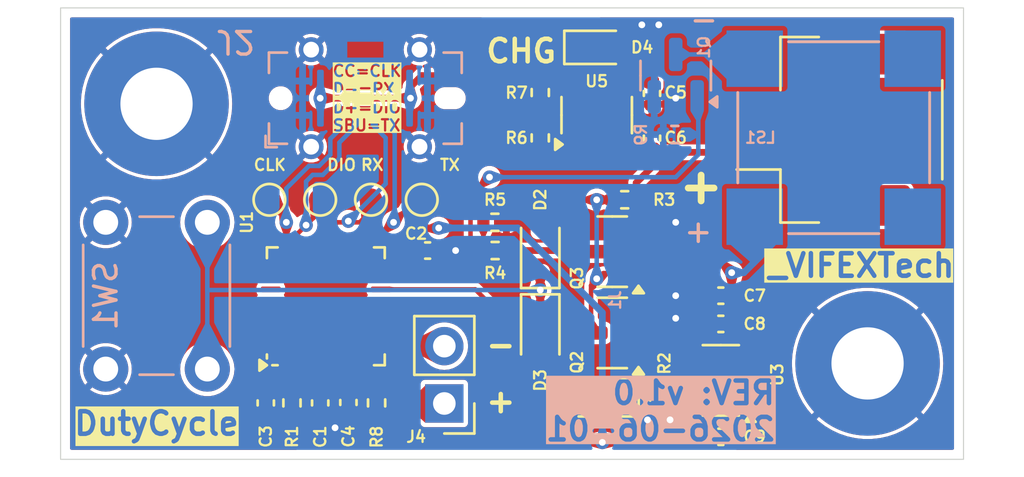
<source format=kicad_pcb>
(kicad_pcb (version 20240108) (generator "pcbnew") (generator_version "8.0")
  (title_block (title "DutyCycle") (date "2024-12-19") (rev "v1.0") (company "_VIFEXTech"))
  (layers (0 "F.Cu" signal) (31 "B.Cu" signal) (34 "B.Paste" user) (35 "F.Paste" user) (36 "B.SilkS" user "B.Silkscreen") (37 "F.SilkS" user "F.Silkscreen") (38 "B.Mask" user) (39 "F.Mask" user) (44 "Edge.Cuts" user))
  (net 0 "")
  (net 1 "/RST")
  (net 2 "GND")
  (net 3 "VDD")
  (net 4 "VBUS")
  (net 5 "/BAT_IN")
  (net 6 "VBAT")
  (net 7 "/PWR_EN")
  (net 8 "Net-(D1-K)")
  (net 9 "Net-(D2-A)")
  (net 10 "Net-(D2-K)")
  (net 11 "/KEY_DET")
  (net 12 "Net-(D4-K)")
  (net 13 "/DEBUG_TX")
  (net 14 "/SWDIO")
  (net 15 "/SWCLK")
  (net 16 "/DEBUG_RX")
  (net 17 "Net-(Q1-D)")
  (net 18 "/BUZZ")
  (net 19 "/BAT_DET")
  (net 20 "Net-(U5-CHRG)")
  (net 21 "Net-(U5-PROG)")
  (net 22 "/MOT_OUT2")
  (net 29 "/MOT_OUT1")
  (net 37 "Net-(J4-Pin_1)")
  (footprint "Capacitor_SMD:C_0402_1005Metric" (layer "F.Cu") (at 87.75 92.48 -90)
    (property "Reference" "C4" (at 1.5 0 90) (layer "F.SilkS") (effects (font (size 0.5 0.5) (thickness 0.1))))
    (property "Value" "100nF" (hide yes))
    (pad "1" smd roundrect (at -0.48 0 270) (size 0.56 0.62) (layers "F.Cu" "F.Paste" "F.Mask") (net 3 "VDD"))
    (pad "2" smd roundrect (at 0.48 0 270) (size 0.56 0.62) (layers "F.Cu" "F.Paste" "F.Mask") (net 2 "GND"))
  )
  (footprint "Resistor_SMD:R_0402_1005Metric" (layer "F.Cu") (at 85.25 92.5 90)
    (property "Reference" "R1" (at -1.5 0 90) (layer "F.SilkS") (effects (font (size 0.5 0.5) (thickness 0.1))))
    (property "Value" "10kR" (hide yes))
    (pad "1" smd roundrect (at -0.51 0 90) (size 0.54 0.64) (layers "F.Cu" "F.Paste" "F.Mask") (net 3 "VDD"))
    (pad "2" smd roundrect (at 0.51 0 90) (size 0.54 0.64) (layers "F.Cu" "F.Paste" "F.Mask") (net 1 "/RST"))
  )
  (footprint "Resistor_SMD:R_0402_1005Metric" (layer "F.Cu") (at 96.25 80.76 90)
    (property "Reference" "R6" (at 0 -1.05 0) (layer "F.SilkS") (effects (font (size 0.5 0.5) (thickness 0.1))))
    (property "Value" "5.1kR" (hide yes))
    (pad "1" smd roundrect (at -0.51 0 90) (size 0.54 0.64) (layers "F.Cu" "F.Paste" "F.Mask") (net 20 "Net-(U5-CHRG)"))
    (pad "2" smd roundrect (at 0.51 0 90) (size 0.54 0.64) (layers "F.Cu" "F.Paste" "F.Mask") (net 12 "Net-(D4-K)"))
  )
  (footprint "Connector_Molex:Molex_CLIK-Mate_502494-0270_1x02-1MP_P2.00mm_Horizontal" (layer "F.Cu") (at 108.8 80.4 90)
    (property "Reference" "J1" (at -7.55 -9.2375 -90) (layer "B.SilkS") (effects (font (size 0.5 0.5) (thickness 0.1)) (justify mirror)))
    (property "Value" "LiPo" (hide yes))
    (pad "1" smd roundrect (at -1 -2.5 90) (size 1 2.7) (layers "F.Cu" "F.Paste" "F.Mask") (net 5 "/BAT_IN"))
    (pad "2" smd roundrect (at 1 -2.5 90) (size 1 2.7) (layers "F.Cu" "F.Paste" "F.Mask") (net 2 "GND"))
    (pad "MP" smd roundrect (at -3.35 1.95 90) (size 1.8 3.8) (layers "F.Cu" "F.Paste" "F.Mask") (roundrect_rratio 0.138889) (net 2 "GND"))
    (pad "MP" smd roundrect (at 3.35 1.95 90) (size 1.8 3.8) (layers "F.Cu" "F.Paste" "F.Mask") (roundrect_rratio 0.138889) (net 2 "GND"))
  )
  (footprint "Capacitor_SMD:C_0402_1005Metric" (layer "F.Cu") (at 104.25 87.75 180)
    (property "Reference" "C7" (at -1.5 0 0) (layer "F.SilkS") (effects (font (size 0.5 0.5) (thickness 0.1))))
    (property "Value" "100nF" (hide yes))
    (pad "1" smd roundrect (at -0.48 0 180) (size 0.56 0.62) (layers "F.Cu" "F.Paste" "F.Mask") (net 6 "VBAT"))
    (pad "2" smd roundrect (at 0.48 0 180) (size 0.56 0.62) (layers "F.Cu" "F.Paste" "F.Mask") (net 2 "GND"))
  )
  (footprint "Resistor_SMD:R_0402_1005Metric" (layer "F.Cu") (at 99.99 83.5 180)
    (property "Reference" "R3" (at -1.75 0 0) (layer "F.SilkS") (effects (font (size 0.5 0.5) (thickness 0.1))))
    (property "Value" "100kR" (hide yes))
    (pad "1" smd roundrect (at -0.51 0 180) (size 0.54 0.64) (layers "F.Cu" "F.Paste" "F.Mask") (net 5 "/BAT_IN"))
    (pad "2" smd roundrect (at 0.51 0 180) (size 0.54 0.64) (layers "F.Cu" "F.Paste" "F.Mask") (net 9 "Net-(D2-A)"))
  )
  (footprint "Resistor_SMD:R_0402_1005Metric" (layer "F.Cu") (at 101.5 92.24 -90)
    (property "Reference" "R2" (at -1.49 -0.25 90) (layer "F.SilkS") (effects (font (size 0.5 0.5) (thickness 0.1))))
    (property "Value" "100kR" (hide yes))
    (pad "1" smd roundrect (at -0.51 0 270) (size 0.54 0.64) (layers "F.Cu" "F.Paste" "F.Mask") (net 8 "Net-(D1-K)"))
    (pad "2" smd roundrect (at 0.51 0 270) (size 0.54 0.64) (layers "F.Cu" "F.Paste" "F.Mask") (net 2 "GND"))
  )
  (footprint "Diode_SMD:D_SOD-323" (layer "F.Cu") (at 96.25 89.3 -90)
    (property "Reference" "D3" (at 2.2 0 90) (layer "F.SilkS") (effects (font (size 0.5 0.5) (thickness 0.1))))
    (property "Value" "1N4148WS" (hide yes))
    (pad "1" smd roundrect (at -1.05 0 270) (size 0.6 0.45) (layers "F.Cu" "F.Paste" "F.Mask") (net 10 "Net-(D2-K)"))
    (pad "2" smd roundrect (at 1.05 0 270) (size 0.6 0.45) (layers "F.Cu" "F.Paste" "F.Mask") (net 11 "/KEY_DET"))
  )
  (footprint "TestPoint:TestPoint_Pad_D1.0mm" (layer "F.Cu") (at 91 83.5)
    (property "Reference" "TP1" (hide yes))
    (property "Value" "DEBUG_TX" (hide yes))
    (pad "1" smd circle (at 0 0) (size 1 1) (layers "F.Cu" "F.Mask") (net 13 "/DEBUG_TX"))
  )
  (footprint "Capacitor_SMD:C_0402_1005Metric" (layer "F.Cu") (at 104.25 94)
    (property "Reference" "C9" (at 1.5 0 0) (layer "F.SilkS") (effects (font (size 0.5 0.5) (thickness 0.1))))
    (property "Value" "10uF" (hide yes))
    (pad "1" smd roundrect (at -0.48 0) (size 0.56 0.62) (layers "F.Cu" "F.Paste" "F.Mask") (net 3 "VDD"))
    (pad "2" smd roundrect (at 0.48 0) (size 0.56 0.62) (layers "F.Cu" "F.Paste" "F.Mask") (net 2 "GND"))
  )
  (footprint "Diode_SMD:D_SOD-323" (layer "F.Cu") (at 99 92.25 180)
    (property "Reference" "D1" (at 2 0.25 90) (layer "F.SilkS") (effects (font (size 0.5 0.5) (thickness 0.1))))
    (property "Value" "1N4148WS" (hide yes))
    (pad "1" smd roundrect (at -1.05 0 180) (size 0.6 0.45) (layers "F.Cu" "F.Paste" "F.Mask") (net 8 "Net-(D1-K)"))
    (pad "2" smd roundrect (at 1.05 0 180) (size 0.6 0.45) (layers "F.Cu" "F.Paste" "F.Mask") (net 7 "/PWR_EN"))
  )
  (footprint "Package_TO_SOT_SMD:SOT-23-5" (layer "F.Cu") (at 98.75 79.75 90)
    (property "Reference" "U5" (at 1.5 0 360) (layer "F.SilkS") (effects (font (size 0.5 0.5) (thickness 0.1))))
    (property "Value" "TP4055" (hide yes))
    (pad "1" smd roundrect (at -1.1375 -0.95 90) (size 1.325 0.6) (layers "F.Cu" "F.Paste" "F.Mask") (net 20 "Net-(U5-CHRG)"))
    (pad "2" smd roundrect (at -1.1375 0 90) (size 1.325 0.6) (layers "F.Cu" "F.Paste" "F.Mask") (net 2 "GND"))
    (pad "3" smd roundrect (at -1.1375 0.95 90) (size 1.325 0.6) (layers "F.Cu" "F.Paste" "F.Mask") (net 5 "/BAT_IN"))
    (pad "4" smd roundrect (at 1.1375 0.95 90) (size 1.325 0.6) (layers "F.Cu" "F.Paste" "F.Mask") (net 4 "VBUS"))
    (pad "5" smd roundrect (at 1.1375 -0.95 90) (size 1.325 0.6) (layers "F.Cu" "F.Paste" "F.Mask") (net 21 "Net-(U5-PROG)"))
  )
  (footprint "Resistor_SMD:R_0402_1005Metric" (layer "F.Cu") (at 94.25 85.75 180)
    (property "Reference" "R4" (at 0 -1 360) (layer "F.SilkS") (effects (font (size 0.5 0.5) (thickness 0.1))))
    (property "Value" "100kR" (hide yes))
    (pad "1" smd roundrect (at -0.51 0 180) (size 0.54 0.64) (layers "F.Cu" "F.Paste" "F.Mask") (net 6 "VBAT"))
    (pad "2" smd roundrect (at 0.51 0 180) (size 0.54 0.64) (layers "F.Cu" "F.Paste" "F.Mask") (net 19 "/BAT_DET"))
  )
  (footprint "Package_DFN_QFN:QFN-32-1EP_5x5mm_P0.5mm_EP3.1x3.1mm" (layer "F.Cu") (at 86.75 88.22 90)
    (property "Reference" "U1" (at 3.72 -3.5 90) (layer "F.SilkS") (effects (font (size 0.5 0.5) (thickness 0.1))))
    (property "Value" "AT32F421KxU7" (hide yes))
    (pad "1" smd roundrect (at -2.4375 -1.75 90) (size 0.875 0.25) (layers "F.Cu" "F.Paste" "F.Mask") (net 3 "VDD"))
    (pad "2" smd roundrect (at -2.4375 -1.25 90) (size 0.875 0.25) (layers "F.Cu" "F.Paste" "F.Mask"))
    (pad "3" smd roundrect (at -2.4375 -0.75 90) (size 0.875 0.25) (layers "F.Cu" "F.Paste" "F.Mask"))
    (pad "4" smd roundrect (at -2.4375 -0.25 90) (size 0.875 0.25) (layers "F.Cu" "F.Paste" "F.Mask") (net 1 "/RST"))
    (pad "5" smd roundrect (at -2.4375 0.25 90) (size 0.875 0.25) (layers "F.Cu" "F.Paste" "F.Mask") (net 3 "VDD"))
    (pad "6" smd roundrect (at -2.4375 0.75 90) (size 0.875 0.25) (layers "F.Cu" "F.Paste" "F.Mask"))
    (pad "7" smd roundrect (at -2.4375 1.25 90) (size 0.875 0.25) (layers "F.Cu" "F.Paste" "F.Mask"))
    (pad "8" smd roundrect (at -2.4375 1.75 90) (size 0.875 0.25) (layers "F.Cu" "F.Paste" "F.Mask") (net 29 "/MOT_OUT1"))
    (pad "9" smd roundrect (at -1.75 2.4375 90) (size 0.25 0.875) (layers "F.Cu" "F.Paste" "F.Mask") (net 22 "/MOT_OUT2"))
    (pad "10" smd roundrect (at -1.25 2.4375 90) (size 0.25 0.875) (layers "F.Cu" "F.Paste" "F.Mask"))
    (pad "11" smd roundrect (at -0.75 2.4375 90) (size 0.25 0.875) (layers "F.Cu" "F.Paste" "F.Mask"))
    (pad "12" smd roundrect (at -0.25 2.4375 90) (size 0.25 0.875) (layers "F.Cu" "F.Paste" "F.Mask"))
    (pad "13" smd roundrect (at 0.25 2.4375 90) (size 0.25 0.875) (layers "F.Cu" "F.Paste" "F.Mask") (net 7 "/PWR_EN"))
    (pad "14" smd roundrect (at 0.75 2.4375 90) (size 0.25 0.875) (layers "F.Cu" "F.Paste" "F.Mask") (net 11 "/KEY_DET"))
    (pad "15" smd roundrect (at 1.25 2.4375 90) (size 0.25 0.875) (layers "F.Cu" "F.Paste" "F.Mask") (net 19 "/BAT_DET"))
    (pad "16" smd roundrect (at 1.75 2.4375 90) (size 0.25 0.875) (layers "F.Cu" "F.Paste" "F.Mask") (net 18 "/BUZZ"))
    (pad "17" smd roundrect (at 2.4375 1.75 90) (size 0.875 0.25) (layers "F.Cu" "F.Paste" "F.Mask") (net 3 "VDD"))
    (pad "18" smd roundrect (at 2.4375 1.25 90) (size 0.875 0.25) (layers "F.Cu" "F.Paste" "F.Mask"))
    (pad "19" smd roundrect (at 2.4375 0.75 90) (size 0.875 0.25) (layers "F.Cu" "F.Paste" "F.Mask") (net 13 "/DEBUG_TX"))
    (pad "20" smd roundrect (at 2.4375 0.25 90) (size 0.875 0.25) (layers "F.Cu" "F.Paste" "F.Mask") (net 16 "/DEBUG_RX"))
    (pad "21" smd roundrect (at 2.4375 -0.25 90) (size 0.875 0.25) (layers "F.Cu" "F.Paste" "F.Mask"))
    (pad "22" smd roundrect (at 2.4375 -0.75 90) (size 0.875 0.25) (layers "F.Cu" "F.Paste" "F.Mask"))
    (pad "23" smd roundrect (at 2.4375 -1.25 90) (size 0.875 0.25) (layers "F.Cu" "F.Paste" "F.Mask") (net 14 "/SWDIO"))
    (pad "24" smd roundrect (at 2.4375 -1.75 90) (size 0.875 0.25) (layers "F.Cu" "F.Paste" "F.Mask") (net 15 "/SWCLK"))
    (pad "25" smd roundrect (at 1.75 -2.4375 90) (size 0.25 0.875) (layers "F.Cu" "F.Paste" "F.Mask"))
    (pad "26" smd roundrect (at 1.25 -2.4375 90) (size 0.25 0.875) (layers "F.Cu" "F.Paste" "F.Mask"))
    (pad "27" smd roundrect (at 0.75 -2.4375 90) (size 0.25 0.875) (layers "F.Cu" "F.Paste" "F.Mask"))
    (pad "28" smd roundrect (at 0.25 -2.4375 90) (size 0.25 0.875) (layers "F.Cu" "F.Paste" "F.Mask"))
    (pad "29" smd roundrect (at -0.25 -2.4375 90) (size 0.25 0.875) (layers "F.Cu" "F.Paste" "F.Mask"))
    (pad "30" smd roundrect (at -0.75 -2.4375 90) (size 0.25 0.875) (layers "F.Cu" "F.Paste" "F.Mask"))
    (pad "31" smd roundrect (at -1.25 -2.4375 90) (size 0.25 0.875) (layers "F.Cu" "F.Paste" "F.Mask") (net 2 "GND"))
    (pad "32" smd roundrect (at -1.75 -2.4375 90) (size 0.25 0.875) (layers "F.Cu" "F.Paste" "F.Mask"))
    (pad "33" smd rect (at 0 0 90) (size 3.1 3.1) (property pad_prop_heatsink) (layers "F.Cu" "F.Mask") (net 2 "GND"))
  )
  (footprint "Package_TO_SOT_SMD:SOT-23-5" (layer "F.Cu") (at 104.25 91.5 180)
    (property "Reference" "U3" (at -2.5 0.25 90) (layer "F.SilkS") (effects (font (size 0.5 0.5) (thickness 0.1))))
    (property "Value" "ME6211C28M5" (hide yes))
    (pad "1" smd roundrect (at -1.1375 -0.95 180) (size 1.325 0.6) (layers "F.Cu" "F.Paste" "F.Mask") (net 6 "VBAT"))
    (pad "2" smd roundrect (at -1.1375 0 180) (size 1.325 0.6) (layers "F.Cu" "F.Paste" "F.Mask") (net 2 "GND"))
    (pad "3" smd roundrect (at -1.1375 0.95 180) (size 1.325 0.6) (layers "F.Cu" "F.Paste" "F.Mask") (net 6 "VBAT"))
    (pad "4" smd roundrect (at 1.1375 0.95 180) (size 1.325 0.6) (layers "F.Cu" "F.Paste" "F.Mask"))
    (pad "5" smd roundrect (at 1.1375 -0.95 180) (size 1.325 0.6) (layers "F.Cu" "F.Paste" "F.Mask") (net 3 "VDD"))
  )
  (footprint "Resistor_SMD:R_0402_1005Metric" (layer "F.Cu") (at 94.24 84.5)
    (property "Reference" "R5" (at 0.01 -1 360) (layer "F.SilkS") (effects (font (size 0.5 0.5) (thickness 0.1))))
    (property "Value" "100kR" (hide yes))
    (pad "1" smd roundrect (at -0.51 0) (size 0.54 0.64) (layers "F.Cu" "F.Paste" "F.Mask") (net 19 "/BAT_DET"))
    (pad "2" smd roundrect (at 0.51 0) (size 0.54 0.64) (layers "F.Cu" "F.Paste" "F.Mask") (net 2 "GND"))
  )
  (footprint "Package_TO_SOT_SMD:SOT-23" (layer "F.Cu") (at 99.4375 85.8 180)
    (property "Reference" "Q3" (at 1.5625 -1.175 90) (layer "F.SilkS") (effects (font (size 0.5 0.5) (thickness 0.1))))
    (property "Value" "AO3401A" (hide yes))
    (pad "1" smd roundrect (at -0.9375 -0.95 180) (size 1.475 0.6) (layers "F.Cu" "F.Paste" "F.Mask") (net 9 "Net-(D2-A)"))
    (pad "2" smd roundrect (at -0.9375 0.95 180) (size 1.475 0.6) (layers "F.Cu" "F.Paste" "F.Mask") (net 5 "/BAT_IN"))
    (pad "3" smd roundrect (at 0.9375 0 180) (size 1.475 0.6) (layers "F.Cu" "F.Paste" "F.Mask") (net 6 "VBAT"))
  )
  (footprint "Capacitor_SMD:C_0402_1005Metric" (layer "F.Cu") (at 86.5 92.5 -90)
    (property "Reference" "C1" (at 1.5 0 90) (layer "F.SilkS") (effects (font (size 0.5 0.5) (thickness 0.1))))
    (property "Value" "100nF" (hide yes))
    (pad "1" smd roundrect (at -0.48 0 270) (size 0.56 0.62) (layers "F.Cu" "F.Paste" "F.Mask") (net 1 "/RST"))
    (pad "2" smd roundrect (at 0.48 0 270) (size 0.56 0.62) (layers "F.Cu" "F.Paste" "F.Mask") (net 2 "GND"))
  )
  (footprint "Capacitor_SMD:C_0402_1005Metric" (layer "F.Cu") (at 91.26 85.75)
    (property "Reference" "C2" (at -0.51 -0.75 0) (layer "F.SilkS") (effects (font (size 0.5 0.5) (thickness 0.1))))
    (property "Value" "100nF" (hide yes))
    (pad "1" smd roundrect (at -0.48 0) (size 0.56 0.62) (layers "F.Cu" "F.Paste" "F.Mask") (net 3 "VDD"))
    (pad "2" smd roundrect (at 0.48 0) (size 0.56 0.62) (layers "F.Cu" "F.Paste" "F.Mask") (net 2 "GND"))
  )
  (footprint "Capacitor_SMD:C_0402_1005Metric" (layer "F.Cu") (at 101.2 80.769284 90)
    (property "Reference" "C6" (at 0.019284 1.05 0) (layer "F.SilkS") (effects (font (size 0.5 0.5) (thickness 0.1))))
    (property "Value" "10uF" (hide yes))
    (pad "1" smd roundrect (at -0.48 0 90) (size 0.56 0.62) (layers "F.Cu" "F.Paste" "F.Mask") (net 5 "/BAT_IN"))
    (pad "2" smd roundrect (at 0.48 0 90) (size 0.56 0.62) (layers "F.Cu" "F.Paste" "F.Mask") (net 2 "GND"))
  )
  (footprint "Resistor_SMD:R_0402_1005Metric" (layer "F.Cu") (at 96.25 78.75 90)
    (property "Reference" "R7" (at -0.01 -1.05 0) (layer "F.SilkS") (effects (font (size 0.5 0.5) (thickness 0.1))))
    (property "Value" "2kR" (hide yes))
    (pad "1" smd roundrect (at -0.51 0 90) (size 0.54 0.64) (layers "F.Cu" "F.Paste" "F.Mask") (net 2 "GND"))
    (pad "2" smd roundrect (at 0.51 0 90) (size 0.54 0.64) (layers "F.Cu" "F.Paste" "F.Mask") (net 21 "Net-(U5-PROG)"))
  )
  (footprint "Capacitor_SMD:C_0402_1005Metric" (layer "F.Cu") (at 101.2 78.789284 -90)
    (property "Reference" "C5" (at -0.039284 -1.05 0) (layer "F.SilkS") (effects (font (size 0.5 0.5) (thickness 0.1))))
    (property "Value" "10uF" (hide yes))
    (pad "1" smd roundrect (at -0.48 0 270) (size 0.56 0.62) (layers "F.Cu" "F.Paste" "F.Mask") (net 4 "VBUS"))
    (pad "2" smd roundrect (at 0.48 0 270) (size 0.56 0.62) (layers "F.Cu" "F.Paste" "F.Mask") (net 2 "GND"))
  )
  (footprint "TestPoint:TestPoint_Pad_D1.0mm" (layer "F.Cu") (at 86.5 83.5)
    (property "Reference" "TP3" (hide yes))
    (property "Value" "SWDIO" (hide yes))
    (pad "1" smd circle (at 0 0) (size 1 1) (layers "F.Cu" "F.Mask") (net 14 "/SWDIO"))
  )
  (footprint "Capacitor_SMD:C_0402_1005Metric" (layer "F.Cu") (at 104.25 89 180)
    (property "Reference" "C8" (at -1.5 0 0) (layer "F.SilkS") (effects (font (size 0.5 0.5) (thickness 0.1))))
    (property "Value" "10uF" (hide yes))
    (pad "1" smd roundrect (at -0.48 0 180) (size 0.56 0.62) (layers "F.Cu" "F.Paste" "F.Mask") (net 6 "VBAT"))
    (pad "2" smd roundrect (at 0.48 0 180) (size 0.56 0.62) (layers "F.Cu" "F.Paste" "F.Mask") (net 2 "GND"))
  )
  (footprint "Connector_PinHeader_2.54mm:PinHeader_1x02_P2.54mm_Vertical" (layer "F.Cu") (at 92 92.525 180)
    (property "Reference" "J4" (at 1.25 -1.475 0) (layer "F.SilkS") (effects (font (size 0.5 0.5) (thickness 0.1) (bold yes))))
    (property "Value" "MOT")
    (pad "1" thru_hole rect (at 0 0 180) (size 1.7 1.7) (drill 1) (layers "*.Cu" "*.Mask") (net 37 "Net-(J4-Pin_1)"))
    (pad "2" thru_hole oval (at 0 2.54 180) (size 1.7 1.7) (drill 1) (layers "*.Cu" "*.Mask") (net 22 "/MOT_OUT2"))
  )
  (footprint "LED_SMD:LED_0603_1608Metric" (layer "F.Cu") (at 98.8 76.75)
    (property "Reference" "D4" (at 1.9625 0 360) (layer "F.SilkS") (effects (font (size 0.5 0.5) (thickness 0.1))))
    (property "Value" "LED" (hide yes))
    (pad "1" smd roundrect (at -0.7875 0) (size 0.875 0.95) (layers "F.Cu" "F.Paste" "F.Mask") (net 12 "Net-(D4-K)"))
    (pad "2" smd roundrect (at 0.7875 0) (size 0.875 0.95) (layers "F.Cu" "F.Paste" "F.Mask") (net 4 "VBUS"))
  )
  (footprint "Package_TO_SOT_SMD:SOT-23" (layer "F.Cu") (at 99.4375 89.4 180)
    (property "Reference" "Q2" (at 1.5625 -1.3 90) (layer "F.SilkS") (effects (font (size 0.5 0.5) (thickness 0.1))))
    (property "Value" "AO3400A" (hide yes))
    (pad "1" smd roundrect (at -0.9375 -0.95 180) (size 1.475 0.6) (layers "F.Cu" "F.Paste" "F.Mask") (net 8 "Net-(D1-K)"))
    (pad "2" smd roundrect (at -0.9375 0.95 180) (size 1.475 0.6) (layers "F.Cu" "F.Paste" "F.Mask") (net 2 "GND"))
    (pad "3" smd roundrect (at 0.9375 0 180) (size 1.475 0.6) (layers "F.Cu" "F.Paste" "F.Mask") (net 9 "Net-(D2-A)"))
  )
  (footprint "Diode_SMD:D_SOD-323" (layer "F.Cu") (at 96.25 85.8 90)
    (property "Reference" "D2" (at 2.3 0 90) (layer "F.SilkS") (effects (font (size 0.5 0.5) (thickness 0.1))))
    (property "Value" "1N4148WS" (hide yes))
    (pad "1" smd roundrect (at -1.05 0 90) (size 0.6 0.45) (layers "F.Cu" "F.Paste" "F.Mask") (net 10 "Net-(D2-K)"))
    (pad "2" smd roundrect (at 1.05 0 90) (size 0.6 0.45) (layers "F.Cu" "F.Paste" "F.Mask") (net 9 "Net-(D2-A)"))
  )
  (footprint "Resistor_SMD:R_0402_1005Metric" (layer "F.Cu") (at 89 92.5 -90)
    (property "Reference" "R8" (at 1.51 0 90) (layer "F.SilkS") (effects (font (size 0.5 0.5) (thickness 0.1) (bold yes))))
    (property "Value" "5.1kR" (hide yes))
    (pad "1" smd roundrect (at -0.51 0 270) (size 0.54 0.64) (layers "F.Cu" "F.Paste" "F.Mask") (net 29 "/MOT_OUT1"))
    (pad "2" smd roundrect (at 0.51 0 270) (size 0.54 0.64) (layers "F.Cu" "F.Paste" "F.Mask") (net 37 "Net-(J4-Pin_1)"))
  )
  (footprint "Capacitor_SMD:C_0402_1005Metric" (layer "F.Cu") (at 84.09 92.5 -90)
    (property "Reference" "C3" (at 1.49 0 90) (layer "F.SilkS") (effects (font (size 0.5 0.5) (thickness 0.1))))
    (property "Value" "100nF" (hide yes))
    (pad "1" smd roundrect (at -0.48 0 270) (size 0.56 0.62) (layers "F.Cu" "F.Paste" "F.Mask") (net 3 "VDD"))
    (pad "2" smd roundrect (at 0.48 0 270) (size 0.56 0.62) (layers "F.Cu" "F.Paste" "F.Mask") (net 2 "GND"))
  )
  (footprint "TestPoint:TestPoint_Pad_D1.0mm" (layer "F.Cu") (at 88.75 83.5)
    (property "Reference" "TP2" (hide yes))
    (property "Value" "DEBUG_RX" (hide yes))
    (pad "1" smd circle (at 0 0) (size 1 1) (layers "F.Cu" "F.Mask") (net 16 "/DEBUG_RX"))
  )
  (footprint "TestPoint:TestPoint_Pad_D1.0mm" (layer "F.Cu") (at 84.25 83.5)
    (property "Reference" "TP4" (hide yes))
    (property "Value" "SWCLK" (hide yes))
    (pad "1" smd circle (at 0 0) (size 1 1) (layers "F.Cu" "F.Mask") (net 15 "/SWCLK"))
  )
  (footprint "MountingHole:MountingHole_3.2mm_M3_Pad" (layer "F.Cu") (at 79.25 79.25)
    (property "Reference" "H1" (hide yes))
    (property "Value" "MountingHole_Pad")
    (pad "1" thru_hole circle (at 0 0) (size 6.4 6.4) (drill 3.2) (layers "*.Cu" "*.Mask") (net 2 "GND"))
  )
  (footprint "MountingHole:MountingHole_3.2mm_M3_Pad" (layer "F.Cu") (at 110.75 90.75)
    (property "Reference" "H2" (hide yes))
    (property "Value" "MountingHole_Pad")
    (pad "1" thru_hole circle (at 0 0) (size 6.4 6.4) (drill 3.2) (layers "*.Cu" "*.Mask") (net 2 "GND"))
  )
  (footprint "Connector_USB:USB_C_Receptacle_G-Switch_GT-USB-7051x" (layer "B.Cu") (at 88.5 79)
    (property "Reference" "J2" (at -5.75 -2.5 180) (layer "B.SilkS") (effects (justify mirror)))
    (property "Value" "USB" (hide yes))
    (pad "" np_thru_hole circle (at -3.75 0) (size 0.66 0.66) (drill 0.66) (layers "F&B.Cu" "*.Mask"))
    (pad "" np_thru_hole oval (at 3.75 0) (size 1 0.58) (drill oval 1 0.58) (layers "F&B.Cu" "*.Mask"))
    (pad "A1" smd roundrect (at -2.78 0.76) (size 0.3 1) (layers "B.Cu" "B.Paste" "B.Mask") (net 2 "GND"))
    (pad "A4" smd roundrect (at -1.99 0.76) (size 0.3 1) (layers "B.Cu" "B.Paste" "B.Mask") (net 4 "VBUS"))
    (pad "A5" smd roundrect (at -1.2 0.76) (size 0.3 1) (layers "B.Cu" "B.Paste" "B.Mask") (net 15 "/SWCLK"))
    (pad "A6" smd roundrect (at -0.41 0.76) (size 0.3 1) (layers "B.Cu" "B.Paste" "B.Mask") (net 14 "/SWDIO"))
    (pad "A7" smd roundrect (at 0.38 0.76) (size 0.3 1) (layers "B.Cu" "B.Paste" "B.Mask") (net 16 "/DEBUG_RX"))
    (pad "A8" smd roundrect (at 1.17 0.76) (size 0.3 1) (layers "B.Cu" "B.Paste" "B.Mask") (net 13 "/DEBUG_TX"))
    (pad "A9" smd roundrect (at 1.96 0.76) (size 0.3 1) (layers "B.Cu" "B.Paste" "B.Mask") (net 4 "VBUS"))
    (pad "A12" smd roundrect (at 2.75 0.76) (size 0.3 1) (layers "B.Cu" "B.Paste" "B.Mask") (net 2 "GND"))
    (pad "B1" smd roundrect (at 2.75 -0.76) (size 0.3 1) (layers "B.Cu" "B.Paste" "B.Mask") (net 2 "GND"))
    (pad "B4" smd roundrect (at 1.96 -0.76) (size 0.3 1) (layers "B.Cu" "B.Paste" "B.Mask") (net 4 "VBUS"))
    (pad "B5" smd roundrect (at 1.17 -0.76) (size 0.3 1) (layers "B.Cu" "B.Paste" "B.Mask"))
    (pad "B6" smd roundrect (at 0.38 -0.76) (size 0.3 1) (layers "B.Cu" "B.Paste" "B.Mask"))
    (pad "B7" smd roundrect (at -0.41 -0.76) (size 0.3 1) (layers "B.Cu" "B.Paste" "B.Mask"))
    (pad "B8" smd roundrect (at -1.2 -0.76) (size 0.3 1) (layers "B.Cu" "B.Paste" "B.Mask"))
    (pad "B9" smd roundrect (at -1.99 -0.76) (size 0.3 1) (layers "B.Cu" "B.Paste" "B.Mask") (net 4 "VBUS"))
    (pad "B12" smd roundrect (at -2.78 -0.76) (size 0.3 1) (layers "B.Cu" "B.Paste" "B.Mask") (net 2 "GND"))
    (pad "S1" thru_hole circle (at -2.4 -2.15) (size 1.1 1.1) (drill 0.7) (layers "*.Cu" "*.Mask" "B.Paste") (net 2 "GND"))
    (pad "S1" thru_hole circle (at -2.4 2.15) (size 1.1 1.1) (drill 0.7) (layers "*.Cu" "*.Mask" "B.Paste") (net 2 "GND"))
    (pad "S1" thru_hole circle (at 2.4 -2.15) (size 1.1 1.1) (drill 0.7) (layers "*.Cu" "*.Mask" "B.Paste") (net 2 "GND"))
    (pad "S1" thru_hole circle (at 2.4 2.15) (size 1.1 1.1) (drill 0.7) (layers "*.Cu" "*.Mask" "B.Paste") (net 2 "GND"))
    (zone (net 0) (net_name "") (layer "B.Cu") (name "peg") (connect_pads (clearance 0)) (min_thickness 0.254)
      (keepout (tracks not_allowed) (vias not_allowed) (pads not_allowed) (copperpour not_allowed) (footprints not_allowed))
      (fill (thermal_gap 0.508) (thermal_bridge_width 0.508))
      (polygon (pts (xy 89.3 76.5) (xy 87.7 76.5) (xy 87.7 77.2) (xy 89.3 77.2)))
    )
    (zone (net 0) (net_name "") (layer "B.Cu") (name "peg") (connect_pads (clearance 0)) (min_thickness 0.254)
      (keepout (tracks not_allowed) (vias not_allowed) (pads not_allowed) (copperpour not_allowed) (footprints not_allowed))
      (fill (thermal_gap 0.508) (thermal_bridge_width 0.508))
      (polygon (pts (xy 89.3 80.8) (xy 87.7 80.8) (xy 87.7 81.5) (xy 89.3 81.5)))
    )
  )
  (footprint "DutyCycle:CUI_CMT-8530S-SMT" (layer "B.Cu") (at 109.25 80.75 180)
    (property "Reference" "LS1" (at 3.25 0 0) (layer "B.SilkS") (effects (font (size 0.5 0.5) (thickness 0.1)) (justify mirror)))
    (property "Value" "CMT-8530S-SMT" (hide yes))
    (fp_text user "-" (at 5.75 5.25 0) (layer "B.SilkS") (effects (font (size 1.002268 1.002268)) (justify mirror)))
    (fp_text user "+" (at 6 -4.13696 0) (layer "B.SilkS") (effects (font (size 1.001685 1.001685)) (justify mirror)))
    (pad "1" smd rect (at -3.5 3.5 180) (size 2.5 2.5) (layers "B.Cu" "B.Paste" "B.Mask"))
    (pad "2" smd rect (at -3.5 -3.5 180) (size 2.5 2.5) (layers "B.Cu" "B.Paste" "B.Mask"))
    (pad "N" smd rect (at 3.5 3.5 180) (size 2.5 2.5) (layers "B.Cu" "B.Paste" "B.Mask") (net 17 "Net-(Q1-D)"))
    (pad "P" smd rect (at 3.5 -3.5 180) (size 2.5 2.5) (layers "B.Cu" "B.Paste" "B.Mask") (net 6 "VBAT"))
  )
  (footprint "Package_TO_SOT_SMD:SOT-23" (layer "B.Cu") (at 102.25 78 90)
    (property "Reference" "Q1" (at 1.25 1.25 90) (layer "B.SilkS") (effects (font (size 0.5 0.5) (thickness 0.1)) (justify mirror)))
    (property "Value" "AO3400A" (hide yes))
    (pad "1" smd roundrect (at -0.9375 0.95 90) (size 1.475 0.6) (layers "B.Cu" "B.Paste" "B.Mask") (net 18 "/BUZZ"))
    (pad "2" smd roundrect (at -0.9375 -0.95 90) (size 1.475 0.6) (layers "B.Cu" "B.Paste" "B.Mask") (net 2 "GND"))
    (pad "3" smd roundrect (at 0.9375 0 90) (size 1.475 0.6) (layers "B.Cu" "B.Paste" "B.Mask") (net 17 "Net-(Q1-D)"))
  )
  (footprint "Button_Switch_THT:SW_PUSH_6mm_H13mm" (layer "B.Cu") (at 77 84.5 -90)
    (property "Reference" "SW1" (at 3.25 0 90) (layer "B.SilkS") (effects (justify mirror)))
    (property "Value" "SW_Push" (hide yes))
    (pad "1" thru_hole circle (at 0 0 180) (size 2 2) (drill 1.1) (layers "*.Cu" "*.Mask") (net 2 "GND"))
    (pad "1" thru_hole circle (at 6.5 0 180) (size 2 2) (drill 1.1) (layers "*.Cu" "*.Mask") (net 2 "GND"))
    (pad "2" thru_hole circle (at 0 -4.5 180) (size 2 2) (drill 1.1) (layers "*.Cu" "*.Mask") (net 10 "Net-(D2-K)"))
    (pad "2" thru_hole circle (at 6.5 -4.5 180) (size 2 2) (drill 1.1) (layers "*.Cu" "*.Mask") (net 10 "Net-(D2-K)"))
  )
  (footprint "Resistor_SMD:R_0402_1005Metric" (layer "B.Cu") (at 102.210716 80.61 180)
    (property "Reference" "R9" (at 1.5 0 90) (layer "B.SilkS") (effects (font (size 0.5 0.5) (thickness 0.1)) (justify mirror)))
    (property "Value" "10kR" (hide yes))
    (pad "1" smd roundrect (at -0.51 0 180) (size 0.54 0.64) (layers "B.Cu" "B.Paste" "B.Mask") (net 18 "/BUZZ"))
    (pad "2" smd roundrect (at 0.51 0 180) (size 0.54 0.64) (layers "B.Cu" "B.Paste" "B.Mask") (net 2 "GND"))
  )
  (gr_rect (start 75 75) (end 115 95) (stroke (width 0.05)) (fill none) (layer "Edge.Cuts"))
  (gr_text "REV: ${REVISION}\n${CURRENT_DATE}" (at 106.75 94.25 0) (layer "B.SilkS" knockout) (effects (font (size 1 1) (thickness 0.2) (bold yes)) (justify left bottom mirror)))
  (gr_text "${TITLE}" (at 75.5 94 0) (layer "F.SilkS" knockout) (effects (font (size 1 1) (thickness 0.2) (bold yes)) (justify left bottom)))
  (gr_text "+" (at 93.75 93 0) (layer "F.SilkS") (effects (font (size 1 1) (thickness 0.2) (bold yes)) (justify left bottom)))
  (gr_text "RX" (at 88.25 82.25 0) (layer "F.SilkS") (effects (font (size 0.5 0.5) (thickness 0.1) (bold yes)) (justify left bottom)))
  (gr_text "CLK" (at 83.5 82.25 0) (layer "F.SilkS") (effects (font (size 0.5 0.5) (thickness 0.1) (bold yes)) (justify left bottom)))
  (gr_text "DIO" (at 86.75 82.25 0) (layer "F.SilkS") (effects (font (size 0.5 0.5) (thickness 0.1) (bold yes)) (justify left bottom)))
  (gr_text "-" (at 93.75 90.5 0) (layer "F.SilkS") (effects (font (size 1 1) (thickness 0.2) (bold yes)) (justify left bottom)))
  (gr_text "CHG" (at 93.75 77.5 0) (layer "F.SilkS") (effects (font (size 1 1) (thickness 0.2) (bold yes)) (justify left bottom)))
  (gr_text "_VIFEXTech" (at 106.25 87 0) (layer "F.SilkS" knockout) (effects (font (size 1 1) (thickness 0.2) (bold yes)) (justify left bottom)))
  (gr_text "+" (at 102.25 83.75 0) (layer "F.SilkS") (effects (font (size 1.5 1.5) (thickness 0.3) (bold yes)) (justify left bottom)))
  (gr_text "TX" (at 91.75 82.25 0) (layer "F.SilkS") (effects (font (size 0.5 0.5) (thickness 0.1) (bold yes)) (justify left bottom)))
  (gr_text "CC=CLK\nD-=RX\nD+=DIO\nSBU=TX" (at 87 80.5 0) (layer "F.SilkS" knockout) (effects (font (size 0.5 0.5) (thickness 0.1) (bold yes)) (justify left bottom)))
  (segment (start 86.5 91.5) (end 86.59 91.59) (width 0.2) (layer "F.Cu") (net 1))
  (segment (start 85.34 92) (end 86.59 92) (width 0.2) (layer "F.Cu") (net 1))
  (segment (start 86.59 91.59) (end 86.59 92) (width 0.2) (layer "F.Cu") (net 1))
  (segment (start 86.5 90.6575) (end 86.5 91.5) (width 0.2) (layer "F.Cu") (net 1))
  (segment (start 87.75 92.96) (end 87.75 93.009307) (width 0.2) (layer "F.Cu") (net 2))
  (segment (start 101.2 79.269284) (end 101.2 80.289284) (width 0.2) (layer "F.Cu") (net 2))
  (segment (start 86.5 92.98) (end 86.539307 92.98) (width 0.2) (layer "F.Cu") (net 2))
  (via (at 102.25 87.75) (size 0.6) (drill 0.3) (layers "F.Cu" "B.Cu") (net 2))
  (via (at 101 93.25) (size 0.6) (drill 0.3) (layers "F.Cu" "B.Cu") (net 2))
  (via (at 87.159307 93.6) (size 0.6) (drill 0.3) (layers "F.Cu" "B.Cu") (net 2))
  (via (at 92.5 85.75) (size 0.6) (drill 0.3) (layers "F.Cu" "B.Cu") (net 2))
  (via (at 102 93.25) (size 0.6) (drill 0.3) (layers "F.Cu" "B.Cu") (net 2))
  (via (at 101.5 75.75) (size 0.6) (drill 0.3) (layers "F.Cu" "B.Cu") (net 2))
  (via (at 102.25 88.75) (size 0.6) (drill 0.3) (layers "F.Cu" "B.Cu") (net 2))
  (via (at 100.75 75.75) (size 0.6) (drill 0.3) (layers "F.Cu" "B.Cu") (net 2))
  (via (at 102.25 84.5) (size 0.6) (drill 0.3) (layers "F.Cu" "B.Cu") (net 2))
  (via (at 102.25 79) (size 0.6) (drill 0.3) (layers "F.Cu" "B.Cu") (net 2))
  (segment (start 84.09 92.02) (end 84.26 92.02) (width 0.3) (layer "F.Cu") (net 3))
  (segment (start 102.5 94.25) (end 102.75 94) (width 0.3) (layer "F.Cu") (net 3))
  (segment (start 87 91.25) (end 87.75 92) (width 0.2) (layer "F.Cu") (net 3))
  (segment (start 88.5 94.25) (end 85.75 94.25) (width 0.3) (layer "F.Cu") (net 3))
  (segment (start 87.75 92) (end 87.75 92.023866) (width 0.3) (layer "F.Cu") (net 3))
  (segment (start 87.84 92.02) (end 87.84 92.03) (width 0.3) (layer "F.Cu") (net 3))
  (segment (start 88.36 94.11) (end 88.5 94.25) (width 0.2) (layer "F.Cu") (net 3))
  (segment (start 87.75 91.859386) (end 87.75 92) (width 0.3) (layer "F.Cu") (net 3))
  (segment (start 84.5925 90.6575) (end 85 90.6575) (width 0.3) (layer "F.Cu") (net 3))
  (segment (start 90.78 85.75) (end 90.78 85.22) (width 0.3) (layer "F.Cu") (net 3))
  (segment (start 99 94.25) (end 88.5 94.25) (width 0.3) (layer "F.Cu") (net 3))
  (segment (start 84.09 92) (end 84.09 91.16) (width 0.3) (layer "F.Cu") (net 3))
  (segment (start 85.25 93.75) (end 85.25 93.01) (width 0.3) (layer "F.Cu") (net 3))
  (segment (start 90.7475 85.7825) (end 90.78 85.75) (width 0.3) (layer "F.Cu") (net 3))
  (segment (start 87 90.6575) (end 87 91.25) (width 0.2) (layer "F.Cu") (net 3))
  (segment (start 85.75 94.25) (end 85.25 93.75) (width 0.3) (layer "F.Cu") (net 3))
  (segment (start 91.25 84.75) (end 91.75 84.75) (width 0.3) (layer "F.Cu") (net 3))
  (segment (start 88.5 85.7825) (end 90.7475 85.7825) (width 0.3) (layer "F.Cu") (net 3))
  (segment (start 103.25 94) (end 103.77 94) (width 0.3) (layer "F.Cu") (net 3))
  (segment (start 84.26 92.02) (end 85.25 93.01) (width 0.3) (layer "F.Cu") (net 3))
  (segment (start 103.1125 92.45) (end 103.1125 93.8625) (width 0.3) (layer "F.Cu") (net 3))
  (segment (start 99 94.25) (end 102.5 94.25) (width 0.3) (layer "F.Cu") (net 3))
  (segment (start 102.75 94) (end 103.25 94) (width 0.3) (layer "F.Cu") (net 3))
  (segment (start 84.09 91.16) (end 84.5925 90.6575) (width 0.3) (layer "F.Cu") (net 3))
  (segment (start 87.75 92) (end 88.25 92) (width 0.2) (layer "F.Cu") (net 3))
  (segment (start 90.78 85.22) (end 91.25 84.75) (width 0.3) (layer "F.Cu") (net 3))
  (segment (start 103.1125 93.8625) (end 103.25 94) (width 0.3) (layer "F.Cu") (net 3))
  (segment (start 88.25 92) (end 88.36 92.11) (width 0.2) (layer "F.Cu") (net 3))
  (segment (start 88.36 92.11) (end 88.36 94.11) (width 0.2) (layer "F.Cu") (net 3))
  (via (at 91.75 84.75) (size 0.6) (drill 0.3) (layers "F.Cu" "B.Cu") (net 3))
  (via (at 99 94.25) (size 0.6) (drill 0.3) (layers "F.Cu" "B.Cu") (net 3))
  (segment (start 95.25 84.75) (end 91.75 84.75) (width 0.3) (layer "B.Cu") (net 3))
  (segment (start 99 88.5) (end 95.25 84.75) (width 0.3) (layer "B.Cu") (net 3))
  (segment (start 99 94.25) (end 99 88.5) (width 0.3) (layer "B.Cu") (net 3))
  (segment (start 90.5 78.5) (end 90.5 79) (width 0.3) (layer "F.Cu") (net 4))
  (segment (start 100.690716 78.309284) (end 101.2 78.309284) (width 0.3) (layer "F.Cu") (net 4))
  (segment (start 99.5875 76.75) (end 98.5875 75.75) (width 0.3) (layer "F.Cu") (net 4))
  (segment (start 93.960639 75.75) (end 91.710639 78) (width 0.3) (layer "F.Cu") (net 4))
  (segment (start 90.5 79) (end 86.5 79) (width 0.3) (layer "F.Cu") (net 4))
  (segment (start 91.710639 78) (end 91 78) (width 0.3) (layer "F.Cu") (net 4))
  (segment (start 99.7 76.8625) (end 99.5875 76.75) (width 0.3) (layer "F.Cu") (net 4))
  (segment (start 98.5875 75.75) (end 93.960639 75.75) (width 0.3) (layer "F.Cu") (net 4))
  (segment (start 99.7 78.6125) (end 99.7 76.8625) (width 0.3) (layer "F.Cu") (net 4))
  (segment (start 91 78) (end 90.5 78.5) (width 0.3) (layer "F.Cu") (net 4))
  (segment (start 100.3875 78.6125) (end 100.690716 78.309284) (width 0.3) (layer "F.Cu") (net 4))
  (segment (start 99.7 78.6125) (end 100.3875 78.6125) (width 0.3) (layer "F.Cu") (net 4))
  (via (at 86.5 79) (size 0.6) (drill 0.3) (layers "F.Cu" "B.Cu") (net 4))
  (via (at 90.5 79) (size 0.6) (drill 0.3) (layers "F.Cu" "B.Cu") (net 4))
  (segment (start 90.46 78.24) (end 90.46 78.96) (width 0.3) (layer "B.Cu") (net 4))
  (segment (start 90.5 79) (end 90.46 79.04) (width 0.3) (layer "B.Cu") (net 4))
  (segment (start 86.51 79.01) (end 86.51 79.76) (width 0.3) (layer "B.Cu") (net 4))
  (segment (start 90.46 78.96) (end 90.5 79) (width 0.3) (layer "B.Cu") (net 4))
  (segment (start 86.51 78.24) (end 86.51 78.99) (width 0.3) (layer "B.Cu") (net 4))
  (segment (start 86.51 78.99) (end 86.5 79) (width 0.3) (layer "B.Cu") (net 4))
  (segment (start 90.46 79.04) (end 90.46 79.76) (width 0.3) (layer "B.Cu") (net 4))
  (segment (start 86.5 79) (end 86.51 79.01) (width 0.3) (layer "B.Cu") (net 4))
  (segment (start 100.5 83.5) (end 100.5 82.75) (width 0.3) (layer "F.Cu") (net 5))
  (segment (start 106.3 81.4) (end 101.350716 81.4) (width 0.3) (layer "F.Cu") (net 5))
  (segment (start 100.5 84.3) (end 100.5 83.5) (width 0.3) (layer "F.Cu") (net 5))
  (segment (start 100.749284 81.249284) (end 101.2 81.249284) (width 0.3) (layer "F.Cu") (net 5))
  (segment (start 101.2 82.05) (end 101.2 81.249284) (width 0.3) (layer "F.Cu") (net 5))
  (segment (start 100.5 82.75) (end 101.2 82.05) (width 0.3) (layer "F.Cu") (net 5))
  (segment (start 100.375 84.85) (end 100.375 84.425) (width 0.3) (layer "F.Cu") (net 5))
  (segment (start 101.350716 81.4) (end 101.2 81.249284) (width 0.3) (layer "F.Cu") (net 5))
  (segment (start 99.7 80.8875) (end 100.3875 80.8875) (width 0.3) (layer "F.Cu") (net 5))
  (segment (start 100.3875 80.8875) (end 100.749284 81.249284) (width 0.3) (layer "F.Cu") (net 5))
  (segment (start 100.375 84.425) (end 100.5 84.3) (width 0.3) (layer "F.Cu") (net 5))
  (segment (start 104.25 91) (end 104.7 90.55) (width 0.3) (layer "F.Cu") (net 6))
  (segment (start 98.45 85.75) (end 98.5 85.8) (width 0.3) (layer "F.Cu") (net 6))
  (segment (start 104.73 86.73) (end 104.73 87.75) (width 0.3) (layer "F.Cu") (net 6))
  (segment (start 104.7 90.55) (end 105.3875 90.55) (width 0.3) (layer "F.Cu") (net 6))
  (segment (start 105.3875 89.3875) (end 105.3875 90.55) (width 0.3) (layer "F.Cu") (net 6))
  (segment (start 105.3875 92.45) (end 104.7 92.45) (width 0.3) (layer "F.Cu") (net 6))
  (segment (start 104.73 89) (end 105 89) (width 0.3) (layer "F.Cu") (net 6))
  (segment (start 104.7 92.45) (end 104.25 92) (width 0.3) (layer "F.Cu") (net 6))
  (segment (start 105 89) (end 105.3875 89.3875) (width 0.3) (layer "F.Cu") (net 6))
  (segment (start 104.25 92) (end 104.25 91) (width 0.3) (layer "F.Cu") (net 6))
  (segment (start 103.8 85.8) (end 98.5 85.8) (width 0.3) (layer "F.Cu") (net 6))
  (segment (start 104.73 87.75) (end 104.73 89) (width 0.3) (layer "F.Cu") (net 6))
  (segment (start 104.73 86.73) (end 103.8 85.8) (width 0.3) (layer "F.Cu") (net 6))
  (segment (start 94.76 85.75) (end 98.45 85.75) (width 0.3) (layer "F.Cu") (net 6))
  (via (at 104.73 86.73) (size 0.6) (drill 0.3) (layers "F.Cu" "B.Cu") (net 6))
  (segment (start 104.73 86.73) (end 105.27 86.73) (width 0.3) (layer "B.Cu") (net 6))
  (segment (start 106 86) (end 106 84) (width 0.3) (layer "B.Cu") (net 6))
  (segment (start 105.27 86.73) (end 106 86) (width 0.3) (layer "B.Cu") (net 6))
  (segment (start 97.95 92.25) (end 97.26352 92.25) (width 0.2) (layer "F.Cu") (net 7))
  (segment (start 92.98352 87.97) (end 89.1875 87.97) (width 0.2) (layer "F.Cu") (net 7))
  (segment (start 97.26352 92.25) (end 92.98352 87.97) (width 0.2) (layer "F.Cu") (net 7))
  (segment (start 100.48 91.73) (end 100.375 91.625) (width 0.2) (layer "F.Cu") (net 8))
  (segment (start 101.5 91.73) (end 100.48 91.73) (width 0.2) (layer "F.Cu") (net 8))
  (segment (start 100.05 91.95) (end 100.05 92.25) (width 0.2) (layer "F.Cu") (net 8))
  (segment (start 100.375 90.35) (end 100.375 91.625) (width 0.2) (layer "F.Cu") (net 8))
  (segment (start 100.375 91.625) (end 100.05 91.95) (width 0.2) (layer "F.Cu") (net 8))
  (segment (start 99.05 86.75) (end 100.375 86.75) (width 0.2) (layer "F.Cu") (net 9))
  (segment (start 96.8 83.5) (end 96.25 84.05) (width 0.2) (layer "F.Cu") (net 9))
  (segment (start 98.5 87.3) (end 98.75 87.05) (width 0.2) (layer "F.Cu") (net 9))
  (segment (start 98.75 83.5) (end 99.48 83.5) (width 0.2) (layer "F.Cu") (net 9))
  (segment (start 98.75 87) (end 98.8 87) (width 0.2) (layer "F.Cu") (net 9))
  (segment (start 96.25 84.05) (end 96.25 84.75) (width 0.2) (layer "F.Cu") (net 9))
  (segment (start 98.5 89.4) (end 98.5 87.3) (width 0.2) (layer "F.Cu") (net 9))
  (segment (start 98.8 87) (end 99.05 86.75) (width 0.2) (layer "F.Cu") (net 9))
  (segment (start 98.75 87.05) (end 98.75 87) (width 0.2) (layer "F.Cu") (net 9))
  (segment (start 98.75 83.5) (end 96.8 83.5) (width 0.2) (layer "F.Cu") (net 9))
  (via (at 98.75 87) (size 0.6) (drill 0.3) (layers "F.Cu" "B.Cu") (net 9))
  (via (at 98.75 83.5) (size 0.6) (drill 0.3) (layers "F.Cu" "B.Cu") (net 9))
  (segment (start 98.75 83.5) (end 98.75 87) (width 0.2) (layer "B.Cu") (net 9))
  (segment (start 96.25 86.85) (end 96.25 87.5) (width 0.2) (layer "F.Cu") (net 10))
  (segment (start 96.25 87.5) (end 96.25 88.25) (width 0.2) (layer "F.Cu") (net 10))
  (via (at 96.25 87.5) (size 0.6) (drill 0.3) (layers "F.Cu" "B.Cu") (net 10))
  (segment (start 81.5 84.5) (end 81.5 91) (width 0.2) (layer "B.Cu") (net 10))
  (segment (start 81.5 84.5) (end 81.5 87.5) (width 0.2) (layer "B.Cu") (net 10))
  (segment (start 81.5 87.5) (end 96.25 87.5) (width 0.2) (layer "B.Cu") (net 10))
  (segment (start 89.1875 87.47) (end 93.37 87.47) (width 0.2) (layer "F.Cu") (net 11))
  (segment (start 93.37 87.47) (end 96.25 90.35) (width 0.2) (layer "F.Cu") (net 11))
  (segment (start 98.75 79.5) (end 98.5 79.75) (width 0.2) (layer "F.Cu") (net 12))
  (segment (start 98.0125 76.75) (end 98.5 76.75) (width 0.2) (layer "F.Cu") (net 12))
  (segment (start 97 80.25) (end 96.25 80.25) (width 0.2) (layer "F.Cu") (net 12))
  (segment (start 98.5 76.75) (end 98.75 77) (width 0.2) (layer "F.Cu") (net 12))
  (segment (start 98.75 77) (end 98.75 79.5) (width 0.2) (layer "F.Cu") (net 12))
  (segment (start 97.5 79.75) (end 97 80.25) (width 0.2) (layer "F.Cu") (net 12))
  (segment (start 98.5 79.75) (end 97.5 79.75) (width 0.2) (layer "F.Cu") (net 12))
  (segment (start 87.5 85.330614) (end 87.5 85.7825) (width 0.2) (layer "F.Cu") (net 13))
  (segment (start 89.75 84.5) (end 89.205 85.045) (width 0.2) (layer "F.Cu") (net 13))
  (segment (start 87.785614 85.045) (end 87.5 85.330614) (width 0.2) (layer "F.Cu") (net 13))
  (segment (start 90.75 83.5) (end 91 83.5) (width 0.2) (layer "F.Cu") (net 13))
  (segment (start 89.205 85.045) (end 87.785614 85.045) (width 0.2) (layer "F.Cu") (net 13))
  (segment (start 89.75 84.5) (end 90.75 83.5) (width 0.2) (layer "F.Cu") (net 13))
  (via (at 89.75 84.5) (size 0.6) (drill 0.3) (layers "F.Cu" "B.Cu") (net 13))
  (segment (start 89.8 84.45) (end 89.75 84.5) (width 0.2) (layer "B.Cu") (net 13))
  (segment (start 89.8 80.55) (end 89.8 84.45) (width 0.2) (layer "B.Cu") (net 13))
  (segment (start 89.67 80.42) (end 89.8 80.55) (width 0.2) (layer "B.Cu") (net 13))
  (segment (start 89.67 79.76) (end 89.67 80.42) (width 0.2) (layer "B.Cu") (net 13))
  (segment (start 86.5 84) (end 85.5 85) (width 0.2) (layer "F.Cu") (net 14))
  (segment (start 86.5 83.448529) (end 86.5 83.5) (width 0.2) (layer "F.Cu") (net 14))
  (segment (start 86.5 83.5) (end 86.5 84) (width 0.2) (layer "F.Cu") (net 14))
  (segment (start 85.5 85) (end 85.5 85.7825) (width 0.2) (layer "F.Cu") (net 14))
  (via (at 85.875 84.625) (size 0.6) (drill 0.3) (layers "F.Cu" "B.Cu") (net 14))
  (segment (start 86.165686 82.4) (end 86.617768 82.4) (width 0.2) (layer "B.Cu") (net 14))
  (segment (start 87.35 81.667768) (end 87.35 80.965686) (width 0.2) (layer "B.Cu") (net 14))
  (segment (start 87.35 80.965686) (end 88.09 80.225686) (width 0.2) (layer "B.Cu") (net 14))
  (segment (start 86.617768 82.4) (end 87.35 81.667768) (width 0.2) (layer "B.Cu") (net 14))
  (segment (start 88.09 80.225686) (end 88.09 79.76) (width 0.2) (layer "B.Cu") (net 14))
  (segment (start 85.875 82.690686) (end 86.165686 82.4) (width 0.2) (layer "B.Cu") (net 14))
  (segment (start 85.875 84.625) (end 85.875 82.690686) (width 0.2) (layer "B.Cu") (net 14))
  (segment (start 84 83.25) (end 84.25 83.5) (width 0.2) (layer "F.Cu") (net 15))
  (segment (start 84 83.6) (end 84 83.25) (width 0.2) (layer "F.Cu") (net 15))
  (segment (start 84 83.25) (end 85 84.25) (width 0.2) (layer "F.Cu") (net 15))
  (segment (start 85 84.25) (end 85 85.7825) (width 0.2) (layer "F.Cu") (net 15))
  (via (at 85 84.5) (size 0.6) (drill 0.3) (layers "F.Cu" "B.Cu") (net 15))
  (segment (start 85 84.5) (end 85 83) (width 0.2) (layer "B.Cu") (net 15))
  (segment (start 85 83) (end 86 82) (width 0.2) (layer "B.Cu") (net 15))
  (segment (start 86.95 80.8) (end 87.3 80.45) (width 0.2) (layer "B.Cu") (net 15))
  (segment (start 86 82) (end 86.452082 82) (width 0.2) (layer "B.Cu") (net 15))
  (segment (start 87.3 80.45) (end 87.3 79.76) (width 0.2) (layer "B.Cu") (net 15))
  (segment (start 86.452082 82) (end 86.95 81.502082) (width 0.2) (layer "B.Cu") (net 15))
  (segment (start 86.95 81.502082) (end 86.95 80.8) (width 0.2) (layer "B.Cu") (net 15))
  (segment (start 88.75 84) (end 88.75 83.5) (width 0.2) (layer "F.Cu") (net 16))
  (segment (start 87.746489 84.446276) (end 87.803724 84.446276) (width 0.2) (layer "F.Cu") (net 16))
  (segment (start 87.25 84.5) (end 88.25 84.5) (width 0.2) (layer "F.Cu") (net 16))
  (segment (start 88.25 84.5) (end 88.75 84) (width 0.2) (layer "F.Cu") (net 16))
  (segment (start 87 84.75) (end 87.25 84.5) (width 0.2) (layer "F.Cu") (net 16))
  (segment (start 88.75 83.5) (end 88.692765 83.5) (width 0.2) (layer "F.Cu") (net 16))
  (segment (start 87 85.7825) (end 87 84.75) (width 0.2) (layer "F.Cu") (net 16))
  (via (at 87.746489 84.446276) (size 0.6) (drill 0.3) (layers "F.Cu" "B.Cu") (net 16))
  (segment (start 89.4 82.792765) (end 89.4 80.758578) (width 0.2) (layer "B.Cu") (net 16))
  (segment (start 89.4 80.758578) (end 88.88 80.238578) (width 0.2) (layer "B.Cu") (net 16))
  (segment (start 87.746489 84.446276) (end 89.4 82.792765) (width 0.2) (layer "B.Cu") (net 16))
  (segment (start 88.88 80.238578) (end 88.88 79.76) (width 0.2) (layer "B.Cu") (net 16))
  (segment (start 88.84 80.16) (end 88.84 79.51) (width 0.2) (layer "B.Cu") (net 16))
  (segment (start 102.25 77.0625) (end 105.9375 77.0625) (width 0.2) (layer "B.Cu") (net 17))
  (segment (start 105.9375 77.0625) (end 106 77) (width 0.2) (layer "B.Cu") (net 17))
  (segment (start 93.16 83.34) (end 93.16 86.25) (width 0.2) (layer "F.Cu") (net 18))
  (segment (start 93.16 86.25) (end 92.94 86.47) (width 0.2) (layer "F.Cu") (net 18))
  (segment (start 94 82.5) (end 93.16 83.34) (width 0.2) (layer "F.Cu") (net 18))
  (segment (start 92.94 86.47) (end 89.1875 86.47) (width 0.2) (layer "F.Cu") (net 18))
  (via (at 94 82.5) (size 0.6) (drill 0.3) (layers "F.Cu" "B.Cu") (net 18))
  (segment (start 103.25 80.61) (end 103.244883 80.615117) (width 0.2) (layer "B.Cu") (net 18))
  (segment (start 103.25 78.9875) (end 103.2 78.9375) (width 0.2) (layer "B.Cu") (net 18))
  (segment (start 103.25 81.5) (end 103.25 78.9875) (width 0.2) (layer "B.Cu") (net 18))
  (segment (start 102.720716 80.61) (end 103.25 80.61) (width 0.2) (layer "B.Cu") (net 18))
  (segment (start 102.25 82.5) (end 103.25 81.5) (width 0.2) (layer "B.Cu") (net 18))
  (segment (start 94 82.5) (end 102.25 82.5) (width 0.2) (layer "B.Cu") (net 18))
  (segment (start 103.244883 80.615117) (end 103.2 80.615117) (width 0.2) (layer "B.Cu") (net 18))
  (segment (start 93.74 86.26) (end 93.74 85.75) (width 0.2) (layer "F.Cu") (net 19))
  (segment (start 93.73 84.5) (end 93.73 85.74) (width 0.2) (layer "F.Cu") (net 19))
  (segment (start 93.03 86.97) (end 93.74 86.26) (width 0.2) (layer "F.Cu") (net 19))
  (segment (start 89.1875 86.97) (end 93.03 86.97) (width 0.2) (layer "F.Cu") (net 19))
  (segment (start 93.73 85.74) (end 93.74 85.75) (width 0.2) (layer "F.Cu") (net 19))
  (segment (start 97.4175 81.27) (end 97.8 80.8875) (width 0.2) (layer "F.Cu") (net 20))
  (segment (start 96.25 81.27) (end 97.4175 81.27) (width 0.2) (layer "F.Cu") (net 20))
  (segment (start 96.25 78.24) (end 96.74 78.24) (width 0.2) (layer "F.Cu") (net 21))
  (segment (start 96.74 78.24) (end 97.1125 78.6125) (width 0.2) (layer "F.Cu") (net 21))
  (segment (start 97.1125 78.6125) (end 97.8 78.6125) (width 0.2) (layer "F.Cu") (net 21))
  (segment (start 89.1875 89.97) (end 91.985 89.97) (width 0.2) (layer "F.Cu") (net 22))
  (segment (start 91.985 89.97) (end 92 89.985) (width 0.2) (layer "F.Cu") (net 22))
  (segment (start 88.5 90.6575) (end 88.5 91.25) (width 0.2) (layer "F.Cu") (net 29))
  (segment (start 88.5 91.25) (end 89 91.75) (width 0.2) (layer "F.Cu") (net 29))
  (segment (start 89 91.75) (end 89 91.99) (width 0.2) (layer "F.Cu") (net 29))
  (segment (start 90.475 92.525) (end 92 92.525) (width 0.2) (layer "F.Cu") (net 37))
  (segment (start 89 93.01) (end 89.99 93.01) (width 0.2) (layer "F.Cu") (net 37))
  (segment (start 89.99 93.01) (end 90.475 92.525) (width 0.2) (layer "F.Cu") (net 37))
  (zone (net 2) (net_name "GND") (layer "F.Cu") (priority 1) (connect_pads (clearance 0.15)) (min_thickness 0.127) (fill yes (thermal_gap 0.15) (thermal_bridge_width 0.3))
    (polygon (pts (xy 75 75) (xy 115 75) (xy 115 95) (xy 75 95)))
  )
  (zone (net 2) (net_name "GND") (layer "B.Cu") (priority 2) (connect_pads (clearance 0.15)) (min_thickness 0.127) (fill yes (thermal_gap 0.15) (thermal_bridge_width 0.3))
    (polygon (pts (xy 75 75) (xy 115 75) (xy 115 95) (xy 75 95)))
  )
)
</source>
